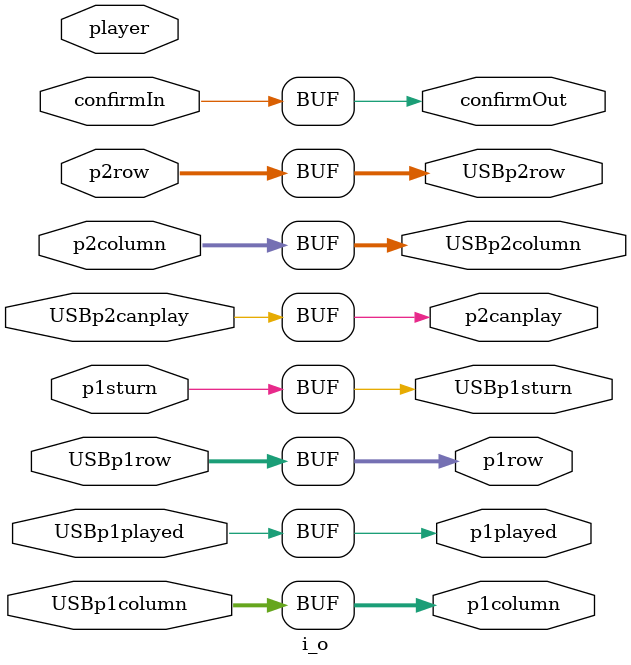
<source format=v>
`timescale 1ns / 1ps

module Gomoku_IO_V(sendIn,
						 sendConfirmedIn,
						 recvIn,
                   player, 
                   p1sturn, 
                   p2col, 
                   p2row, 
                   USBp1col, 
                   USBp1played, 
                   USBp1row, 
                   USBp2canplay, 
                   p1col, 
                   p1played, 
                   p1row, 
                   p2canplay, 
                   USBp1sturn, 
                   USBp2col, 
                   USBp2row,
						 sendOut,
						 recvConfirmedOut,
						 recvOut);

    input sendIn;
	 input sendConfirmedIn;
	 input recvIn;
    input [1:0] player;
    input p1sturn;
    input [3:0] p2col;
    input [3:0] p2row;
    input [3:0] USBp1col;
    input USBp1played;
    input [3:0] USBp1row;
    input USBp2canplay;
   output [3:0] p1col;
   output p1played;
   output [3:0] p1row;
   output p2canplay;
   output USBp1sturn;
   output [3:0] USBp2col;
   output [3:0] USBp2row;
	output sendOut;
	output recvConfirmedOut;
	output recvOut;
	
	reg send;
	
	parameter BUSY = 1'b1, AVAIL = 1'b0;
	
	reg [3:0] USBrowStore, USBcolStore;
	reg USBplayerStore;
	
	wire [3:0] USBrow, USBcol;
	wire USBplayer;
	
	initial begin
		send <= 1'b0;
		USBrowStore <= 4'b0000;
		USBcolStore <= 4'b0000;
		USBplayerStore <= 1'b0;
	end
	
	always@(*) begin
		case(send)
			AVAIL:	begin
				if(player == 2'b01) begin
					USBrowStore <= USBp1row;
					USBcolStore <= USBp1col;
				end
				else begin
					USBrowStore <= USBrow;
					USBcolStore <= USBcol;
				end
				USBplayerStore <= USBplayer;
				
				send <= sendIn;
			end

			BUSY:		begin
				send <= ~sendConfirmedIn;
			end
		endcase
	end
	
	assign recvConfirmedOut = recvIn;
	assign recvOut = recvIn;
	assign USBp2row = USBrowStore;
	assign USBp2col = USBcolStore;
	assign USBp1sturn = ~USBplayerStore;
   
	i_o io_instant(
    .p2canplay(p2canplay), 
    .p1played(p1played), 
    .p1row(p1row), 
    .p1column(p1col), 
    .USBp1row(USBp1row), 
    .USBp1column(USBp1col), 
    .USBp1played(USBp1played),
    .USBp2canplay(USBp2canplay),
    .p2row(p2row),
    .p2column(p2col),
    .confirmIn(send),
    .player(player),
    .p1sturn(p1sturn),
    .USBp2row(USBrow),
    .USBp2column(USBcol),
    .USBp1sturn(USBplayer),
	 .confirmOut(sendOut));
	 
	 
   
endmodule

module i_o(USBp1sturn, USBp2row, USBp2column, p1played, p1row, p1column, p2canplay, 
USBp2canplay, USBp1row, USBp1column, USBp1played, p2row, p2column, confirmIn, player, p1sturn,
confirmOut);
    input p1sturn, confirmIn, USBp2canplay, USBp1played;
    input[3:0] p2row, p2column, USBp1row, USBp1column;
    input[1:0] player;
    output[3:0] p1row, p1column, USBp2row, USBp2column;
    output USBp1sturn, p2canplay, p1played, confirmOut;
	 
	 assign confirmOut = confirmIn;
    assign p1row = USBp1row;
    assign p1column = USBp1column;
    assign p2canplay = USBp2canplay;
    assign p1played = USBp1played;
    assign USBp2row = p2row;
    assign USBp2column = p2column;
    assign USBp1sturn = p1sturn;
    //module to assign USB inputs from microblaze code to output to Verilog modules
endmodule

</source>
